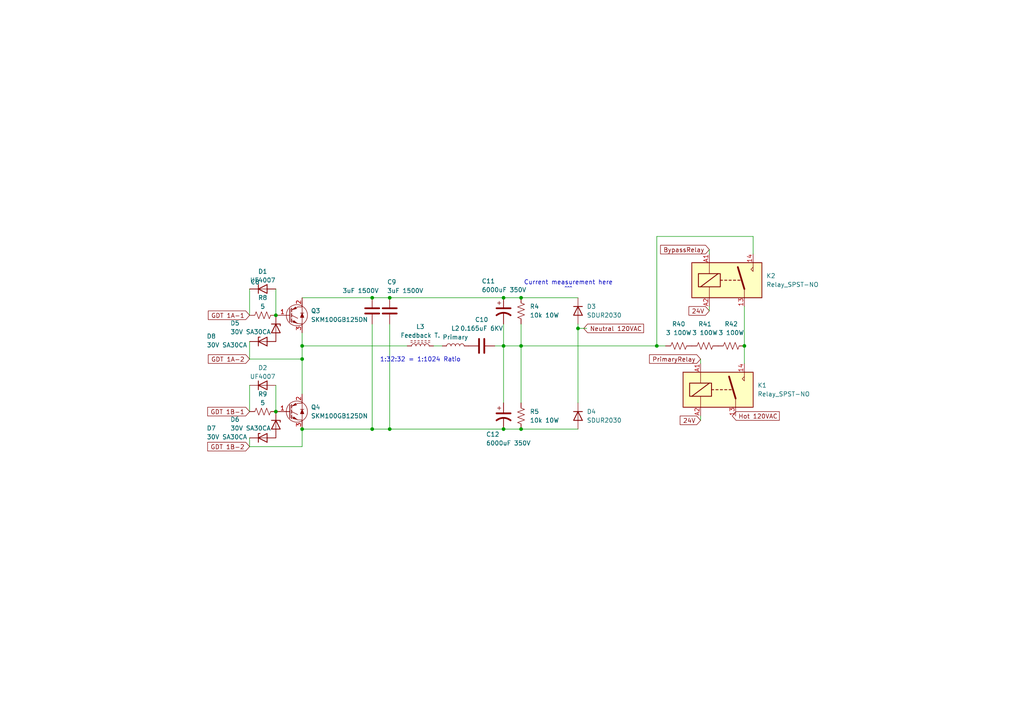
<source format=kicad_sch>
(kicad_sch
	(version 20250114)
	(generator "eeschema")
	(generator_version "9.0")
	(uuid "42c0dbb9-c033-4bfa-b1cd-16b68741b681")
	(paper "A4")
	(lib_symbols
		(symbol "Device:C"
			(pin_numbers
				(hide yes)
			)
			(pin_names
				(offset 0.254)
			)
			(exclude_from_sim no)
			(in_bom yes)
			(on_board yes)
			(property "Reference" "C"
				(at 0.635 2.54 0)
				(effects
					(font
						(size 1.27 1.27)
					)
					(justify left)
				)
			)
			(property "Value" "C"
				(at 0.635 -2.54 0)
				(effects
					(font
						(size 1.27 1.27)
					)
					(justify left)
				)
			)
			(property "Footprint" ""
				(at 0.9652 -3.81 0)
				(effects
					(font
						(size 1.27 1.27)
					)
					(hide yes)
				)
			)
			(property "Datasheet" "~"
				(at 0 0 0)
				(effects
					(font
						(size 1.27 1.27)
					)
					(hide yes)
				)
			)
			(property "Description" "Unpolarized capacitor"
				(at 0 0 0)
				(effects
					(font
						(size 1.27 1.27)
					)
					(hide yes)
				)
			)
			(property "ki_keywords" "cap capacitor"
				(at 0 0 0)
				(effects
					(font
						(size 1.27 1.27)
					)
					(hide yes)
				)
			)
			(property "ki_fp_filters" "C_*"
				(at 0 0 0)
				(effects
					(font
						(size 1.27 1.27)
					)
					(hide yes)
				)
			)
			(symbol "C_0_1"
				(polyline
					(pts
						(xy -2.032 0.762) (xy 2.032 0.762)
					)
					(stroke
						(width 0.508)
						(type default)
					)
					(fill
						(type none)
					)
				)
				(polyline
					(pts
						(xy -2.032 -0.762) (xy 2.032 -0.762)
					)
					(stroke
						(width 0.508)
						(type default)
					)
					(fill
						(type none)
					)
				)
			)
			(symbol "C_1_1"
				(pin passive line
					(at 0 3.81 270)
					(length 2.794)
					(name "~"
						(effects
							(font
								(size 1.27 1.27)
							)
						)
					)
					(number "1"
						(effects
							(font
								(size 1.27 1.27)
							)
						)
					)
				)
				(pin passive line
					(at 0 -3.81 90)
					(length 2.794)
					(name "~"
						(effects
							(font
								(size 1.27 1.27)
							)
						)
					)
					(number "2"
						(effects
							(font
								(size 1.27 1.27)
							)
						)
					)
				)
			)
			(embedded_fonts no)
		)
		(symbol "Device:C_Polarized_US"
			(pin_numbers
				(hide yes)
			)
			(pin_names
				(offset 0.254)
				(hide yes)
			)
			(exclude_from_sim no)
			(in_bom yes)
			(on_board yes)
			(property "Reference" "C"
				(at 0.635 2.54 0)
				(effects
					(font
						(size 1.27 1.27)
					)
					(justify left)
				)
			)
			(property "Value" "C_Polarized_US"
				(at 0.635 -2.54 0)
				(effects
					(font
						(size 1.27 1.27)
					)
					(justify left)
				)
			)
			(property "Footprint" ""
				(at 0 0 0)
				(effects
					(font
						(size 1.27 1.27)
					)
					(hide yes)
				)
			)
			(property "Datasheet" "~"
				(at 0 0 0)
				(effects
					(font
						(size 1.27 1.27)
					)
					(hide yes)
				)
			)
			(property "Description" "Polarized capacitor, US symbol"
				(at 0 0 0)
				(effects
					(font
						(size 1.27 1.27)
					)
					(hide yes)
				)
			)
			(property "ki_keywords" "cap capacitor"
				(at 0 0 0)
				(effects
					(font
						(size 1.27 1.27)
					)
					(hide yes)
				)
			)
			(property "ki_fp_filters" "CP_*"
				(at 0 0 0)
				(effects
					(font
						(size 1.27 1.27)
					)
					(hide yes)
				)
			)
			(symbol "C_Polarized_US_0_1"
				(polyline
					(pts
						(xy -2.032 0.762) (xy 2.032 0.762)
					)
					(stroke
						(width 0.508)
						(type default)
					)
					(fill
						(type none)
					)
				)
				(polyline
					(pts
						(xy -1.778 2.286) (xy -0.762 2.286)
					)
					(stroke
						(width 0)
						(type default)
					)
					(fill
						(type none)
					)
				)
				(polyline
					(pts
						(xy -1.27 1.778) (xy -1.27 2.794)
					)
					(stroke
						(width 0)
						(type default)
					)
					(fill
						(type none)
					)
				)
				(arc
					(start -2.032 -1.27)
					(mid 0 -0.5572)
					(end 2.032 -1.27)
					(stroke
						(width 0.508)
						(type default)
					)
					(fill
						(type none)
					)
				)
			)
			(symbol "C_Polarized_US_1_1"
				(pin passive line
					(at 0 3.81 270)
					(length 2.794)
					(name "~"
						(effects
							(font
								(size 1.27 1.27)
							)
						)
					)
					(number "1"
						(effects
							(font
								(size 1.27 1.27)
							)
						)
					)
				)
				(pin passive line
					(at 0 -3.81 90)
					(length 3.302)
					(name "~"
						(effects
							(font
								(size 1.27 1.27)
							)
						)
					)
					(number "2"
						(effects
							(font
								(size 1.27 1.27)
							)
						)
					)
				)
			)
			(embedded_fonts no)
		)
		(symbol "Device:D_Zener"
			(pin_numbers
				(hide yes)
			)
			(pin_names
				(offset 1.016)
				(hide yes)
			)
			(exclude_from_sim no)
			(in_bom yes)
			(on_board yes)
			(property "Reference" "D"
				(at 0 2.54 0)
				(effects
					(font
						(size 1.27 1.27)
					)
				)
			)
			(property "Value" "D_Zener"
				(at 0 -2.54 0)
				(effects
					(font
						(size 1.27 1.27)
					)
				)
			)
			(property "Footprint" ""
				(at 0 0 0)
				(effects
					(font
						(size 1.27 1.27)
					)
					(hide yes)
				)
			)
			(property "Datasheet" "~"
				(at 0 0 0)
				(effects
					(font
						(size 1.27 1.27)
					)
					(hide yes)
				)
			)
			(property "Description" "Zener diode"
				(at 0 0 0)
				(effects
					(font
						(size 1.27 1.27)
					)
					(hide yes)
				)
			)
			(property "ki_keywords" "diode"
				(at 0 0 0)
				(effects
					(font
						(size 1.27 1.27)
					)
					(hide yes)
				)
			)
			(property "ki_fp_filters" "TO-???* *_Diode_* *SingleDiode* D_*"
				(at 0 0 0)
				(effects
					(font
						(size 1.27 1.27)
					)
					(hide yes)
				)
			)
			(symbol "D_Zener_0_1"
				(polyline
					(pts
						(xy -1.27 -1.27) (xy -1.27 1.27) (xy -0.762 1.27)
					)
					(stroke
						(width 0.254)
						(type default)
					)
					(fill
						(type none)
					)
				)
				(polyline
					(pts
						(xy 1.27 0) (xy -1.27 0)
					)
					(stroke
						(width 0)
						(type default)
					)
					(fill
						(type none)
					)
				)
				(polyline
					(pts
						(xy 1.27 -1.27) (xy 1.27 1.27) (xy -1.27 0) (xy 1.27 -1.27)
					)
					(stroke
						(width 0.254)
						(type default)
					)
					(fill
						(type none)
					)
				)
			)
			(symbol "D_Zener_1_1"
				(pin passive line
					(at -3.81 0 0)
					(length 2.54)
					(name "K"
						(effects
							(font
								(size 1.27 1.27)
							)
						)
					)
					(number "1"
						(effects
							(font
								(size 1.27 1.27)
							)
						)
					)
				)
				(pin passive line
					(at 3.81 0 180)
					(length 2.54)
					(name "A"
						(effects
							(font
								(size 1.27 1.27)
							)
						)
					)
					(number "2"
						(effects
							(font
								(size 1.27 1.27)
							)
						)
					)
				)
			)
			(embedded_fonts no)
		)
		(symbol "Device:L"
			(pin_numbers
				(hide yes)
			)
			(pin_names
				(offset 1.016)
				(hide yes)
			)
			(exclude_from_sim no)
			(in_bom yes)
			(on_board yes)
			(property "Reference" "L"
				(at -1.27 0 90)
				(effects
					(font
						(size 1.27 1.27)
					)
				)
			)
			(property "Value" "L"
				(at 1.905 0 90)
				(effects
					(font
						(size 1.27 1.27)
					)
				)
			)
			(property "Footprint" ""
				(at 0 0 0)
				(effects
					(font
						(size 1.27 1.27)
					)
					(hide yes)
				)
			)
			(property "Datasheet" "~"
				(at 0 0 0)
				(effects
					(font
						(size 1.27 1.27)
					)
					(hide yes)
				)
			)
			(property "Description" "Inductor"
				(at 0 0 0)
				(effects
					(font
						(size 1.27 1.27)
					)
					(hide yes)
				)
			)
			(property "ki_keywords" "inductor choke coil reactor magnetic"
				(at 0 0 0)
				(effects
					(font
						(size 1.27 1.27)
					)
					(hide yes)
				)
			)
			(property "ki_fp_filters" "Choke_* *Coil* Inductor_* L_*"
				(at 0 0 0)
				(effects
					(font
						(size 1.27 1.27)
					)
					(hide yes)
				)
			)
			(symbol "L_0_1"
				(arc
					(start 0 2.54)
					(mid 0.6323 1.905)
					(end 0 1.27)
					(stroke
						(width 0)
						(type default)
					)
					(fill
						(type none)
					)
				)
				(arc
					(start 0 1.27)
					(mid 0.6323 0.635)
					(end 0 0)
					(stroke
						(width 0)
						(type default)
					)
					(fill
						(type none)
					)
				)
				(arc
					(start 0 0)
					(mid 0.6323 -0.635)
					(end 0 -1.27)
					(stroke
						(width 0)
						(type default)
					)
					(fill
						(type none)
					)
				)
				(arc
					(start 0 -1.27)
					(mid 0.6323 -1.905)
					(end 0 -2.54)
					(stroke
						(width 0)
						(type default)
					)
					(fill
						(type none)
					)
				)
			)
			(symbol "L_1_1"
				(pin passive line
					(at 0 3.81 270)
					(length 1.27)
					(name "1"
						(effects
							(font
								(size 1.27 1.27)
							)
						)
					)
					(number "1"
						(effects
							(font
								(size 1.27 1.27)
							)
						)
					)
				)
				(pin passive line
					(at 0 -3.81 90)
					(length 1.27)
					(name "2"
						(effects
							(font
								(size 1.27 1.27)
							)
						)
					)
					(number "2"
						(effects
							(font
								(size 1.27 1.27)
							)
						)
					)
				)
			)
			(embedded_fonts no)
		)
		(symbol "Device:L_Ferrite"
			(pin_numbers
				(hide yes)
			)
			(pin_names
				(offset 1.016)
				(hide yes)
			)
			(exclude_from_sim no)
			(in_bom yes)
			(on_board yes)
			(property "Reference" "L"
				(at -1.27 0 90)
				(effects
					(font
						(size 1.27 1.27)
					)
				)
			)
			(property "Value" "L_Ferrite"
				(at 2.794 0 90)
				(effects
					(font
						(size 1.27 1.27)
					)
				)
			)
			(property "Footprint" ""
				(at 0 0 0)
				(effects
					(font
						(size 1.27 1.27)
					)
					(hide yes)
				)
			)
			(property "Datasheet" "~"
				(at 0 0 0)
				(effects
					(font
						(size 1.27 1.27)
					)
					(hide yes)
				)
			)
			(property "Description" "Inductor with ferrite core"
				(at 0 0 0)
				(effects
					(font
						(size 1.27 1.27)
					)
					(hide yes)
				)
			)
			(property "ki_keywords" "inductor choke coil reactor magnetic"
				(at 0 0 0)
				(effects
					(font
						(size 1.27 1.27)
					)
					(hide yes)
				)
			)
			(property "ki_fp_filters" "Choke_* *Coil* Inductor_* L_*"
				(at 0 0 0)
				(effects
					(font
						(size 1.27 1.27)
					)
					(hide yes)
				)
			)
			(symbol "L_Ferrite_0_1"
				(arc
					(start 0 2.54)
					(mid 0.6323 1.905)
					(end 0 1.27)
					(stroke
						(width 0)
						(type default)
					)
					(fill
						(type none)
					)
				)
				(arc
					(start 0 1.27)
					(mid 0.6323 0.635)
					(end 0 0)
					(stroke
						(width 0)
						(type default)
					)
					(fill
						(type none)
					)
				)
				(arc
					(start 0 0)
					(mid 0.6323 -0.635)
					(end 0 -1.27)
					(stroke
						(width 0)
						(type default)
					)
					(fill
						(type none)
					)
				)
				(arc
					(start 0 -1.27)
					(mid 0.6323 -1.905)
					(end 0 -2.54)
					(stroke
						(width 0)
						(type default)
					)
					(fill
						(type none)
					)
				)
				(polyline
					(pts
						(xy 1.016 2.286) (xy 1.016 2.794)
					)
					(stroke
						(width 0)
						(type default)
					)
					(fill
						(type none)
					)
				)
				(polyline
					(pts
						(xy 1.016 1.27) (xy 1.016 1.778)
					)
					(stroke
						(width 0)
						(type default)
					)
					(fill
						(type none)
					)
				)
				(polyline
					(pts
						(xy 1.016 0.254) (xy 1.016 0.762)
					)
					(stroke
						(width 0)
						(type default)
					)
					(fill
						(type none)
					)
				)
				(polyline
					(pts
						(xy 1.016 -0.762) (xy 1.016 -0.254)
					)
					(stroke
						(width 0)
						(type default)
					)
					(fill
						(type none)
					)
				)
				(polyline
					(pts
						(xy 1.016 -1.778) (xy 1.016 -1.27)
					)
					(stroke
						(width 0)
						(type default)
					)
					(fill
						(type none)
					)
				)
				(polyline
					(pts
						(xy 1.016 -2.794) (xy 1.016 -2.286)
					)
					(stroke
						(width 0)
						(type default)
					)
					(fill
						(type none)
					)
				)
				(polyline
					(pts
						(xy 1.524 2.794) (xy 1.524 2.286)
					)
					(stroke
						(width 0)
						(type default)
					)
					(fill
						(type none)
					)
				)
				(polyline
					(pts
						(xy 1.524 1.778) (xy 1.524 1.27)
					)
					(stroke
						(width 0)
						(type default)
					)
					(fill
						(type none)
					)
				)
				(polyline
					(pts
						(xy 1.524 0.762) (xy 1.524 0.254)
					)
					(stroke
						(width 0)
						(type default)
					)
					(fill
						(type none)
					)
				)
				(polyline
					(pts
						(xy 1.524 -0.254) (xy 1.524 -0.762)
					)
					(stroke
						(width 0)
						(type default)
					)
					(fill
						(type none)
					)
				)
				(polyline
					(pts
						(xy 1.524 -1.27) (xy 1.524 -1.778)
					)
					(stroke
						(width 0)
						(type default)
					)
					(fill
						(type none)
					)
				)
				(polyline
					(pts
						(xy 1.524 -2.286) (xy 1.524 -2.794)
					)
					(stroke
						(width 0)
						(type default)
					)
					(fill
						(type none)
					)
				)
			)
			(symbol "L_Ferrite_1_1"
				(pin passive line
					(at 0 3.81 270)
					(length 1.27)
					(name "1"
						(effects
							(font
								(size 1.27 1.27)
							)
						)
					)
					(number "1"
						(effects
							(font
								(size 1.27 1.27)
							)
						)
					)
				)
				(pin passive line
					(at 0 -3.81 90)
					(length 1.27)
					(name "2"
						(effects
							(font
								(size 1.27 1.27)
							)
						)
					)
					(number "2"
						(effects
							(font
								(size 1.27 1.27)
							)
						)
					)
				)
			)
			(embedded_fonts no)
		)
		(symbol "Device:R_US"
			(pin_numbers
				(hide yes)
			)
			(pin_names
				(offset 0)
			)
			(exclude_from_sim no)
			(in_bom yes)
			(on_board yes)
			(property "Reference" "R"
				(at 2.54 0 90)
				(effects
					(font
						(size 1.27 1.27)
					)
				)
			)
			(property "Value" "R_US"
				(at -2.54 0 90)
				(effects
					(font
						(size 1.27 1.27)
					)
				)
			)
			(property "Footprint" ""
				(at 1.016 -0.254 90)
				(effects
					(font
						(size 1.27 1.27)
					)
					(hide yes)
				)
			)
			(property "Datasheet" "~"
				(at 0 0 0)
				(effects
					(font
						(size 1.27 1.27)
					)
					(hide yes)
				)
			)
			(property "Description" "Resistor, US symbol"
				(at 0 0 0)
				(effects
					(font
						(size 1.27 1.27)
					)
					(hide yes)
				)
			)
			(property "ki_keywords" "R res resistor"
				(at 0 0 0)
				(effects
					(font
						(size 1.27 1.27)
					)
					(hide yes)
				)
			)
			(property "ki_fp_filters" "R_*"
				(at 0 0 0)
				(effects
					(font
						(size 1.27 1.27)
					)
					(hide yes)
				)
			)
			(symbol "R_US_0_1"
				(polyline
					(pts
						(xy 0 2.286) (xy 0 2.54)
					)
					(stroke
						(width 0)
						(type default)
					)
					(fill
						(type none)
					)
				)
				(polyline
					(pts
						(xy 0 2.286) (xy 1.016 1.905) (xy 0 1.524) (xy -1.016 1.143) (xy 0 0.762)
					)
					(stroke
						(width 0)
						(type default)
					)
					(fill
						(type none)
					)
				)
				(polyline
					(pts
						(xy 0 0.762) (xy 1.016 0.381) (xy 0 0) (xy -1.016 -0.381) (xy 0 -0.762)
					)
					(stroke
						(width 0)
						(type default)
					)
					(fill
						(type none)
					)
				)
				(polyline
					(pts
						(xy 0 -0.762) (xy 1.016 -1.143) (xy 0 -1.524) (xy -1.016 -1.905) (xy 0 -2.286)
					)
					(stroke
						(width 0)
						(type default)
					)
					(fill
						(type none)
					)
				)
				(polyline
					(pts
						(xy 0 -2.286) (xy 0 -2.54)
					)
					(stroke
						(width 0)
						(type default)
					)
					(fill
						(type none)
					)
				)
			)
			(symbol "R_US_1_1"
				(pin passive line
					(at 0 3.81 270)
					(length 1.27)
					(name "~"
						(effects
							(font
								(size 1.27 1.27)
							)
						)
					)
					(number "1"
						(effects
							(font
								(size 1.27 1.27)
							)
						)
					)
				)
				(pin passive line
					(at 0 -3.81 90)
					(length 1.27)
					(name "~"
						(effects
							(font
								(size 1.27 1.27)
							)
						)
					)
					(number "2"
						(effects
							(font
								(size 1.27 1.27)
							)
						)
					)
				)
			)
			(embedded_fonts no)
		)
		(symbol "Diode:1N4007"
			(pin_numbers
				(hide yes)
			)
			(pin_names
				(hide yes)
			)
			(exclude_from_sim no)
			(in_bom yes)
			(on_board yes)
			(property "Reference" "D"
				(at 0 2.54 0)
				(effects
					(font
						(size 1.27 1.27)
					)
				)
			)
			(property "Value" "1N4007"
				(at 0 -2.54 0)
				(effects
					(font
						(size 1.27 1.27)
					)
				)
			)
			(property "Footprint" "Diode_THT:D_DO-41_SOD81_P10.16mm_Horizontal"
				(at 0 -4.445 0)
				(effects
					(font
						(size 1.27 1.27)
					)
					(hide yes)
				)
			)
			(property "Datasheet" "http://www.vishay.com/docs/88503/1n4001.pdf"
				(at 0 0 0)
				(effects
					(font
						(size 1.27 1.27)
					)
					(hide yes)
				)
			)
			(property "Description" "1000V 1A General Purpose Rectifier Diode, DO-41"
				(at 0 0 0)
				(effects
					(font
						(size 1.27 1.27)
					)
					(hide yes)
				)
			)
			(property "Sim.Device" "D"
				(at 0 0 0)
				(effects
					(font
						(size 1.27 1.27)
					)
					(hide yes)
				)
			)
			(property "Sim.Pins" "1=K 2=A"
				(at 0 0 0)
				(effects
					(font
						(size 1.27 1.27)
					)
					(hide yes)
				)
			)
			(property "ki_keywords" "diode"
				(at 0 0 0)
				(effects
					(font
						(size 1.27 1.27)
					)
					(hide yes)
				)
			)
			(property "ki_fp_filters" "D*DO?41*"
				(at 0 0 0)
				(effects
					(font
						(size 1.27 1.27)
					)
					(hide yes)
				)
			)
			(symbol "1N4007_0_1"
				(polyline
					(pts
						(xy -1.27 1.27) (xy -1.27 -1.27)
					)
					(stroke
						(width 0.254)
						(type default)
					)
					(fill
						(type none)
					)
				)
				(polyline
					(pts
						(xy 1.27 1.27) (xy 1.27 -1.27) (xy -1.27 0) (xy 1.27 1.27)
					)
					(stroke
						(width 0.254)
						(type default)
					)
					(fill
						(type none)
					)
				)
				(polyline
					(pts
						(xy 1.27 0) (xy -1.27 0)
					)
					(stroke
						(width 0)
						(type default)
					)
					(fill
						(type none)
					)
				)
			)
			(symbol "1N4007_1_1"
				(pin passive line
					(at -3.81 0 0)
					(length 2.54)
					(name "K"
						(effects
							(font
								(size 1.27 1.27)
							)
						)
					)
					(number "1"
						(effects
							(font
								(size 1.27 1.27)
							)
						)
					)
				)
				(pin passive line
					(at 3.81 0 180)
					(length 2.54)
					(name "A"
						(effects
							(font
								(size 1.27 1.27)
							)
						)
					)
					(number "2"
						(effects
							(font
								(size 1.27 1.27)
							)
						)
					)
				)
			)
			(embedded_fonts no)
		)
		(symbol "Relay:Relay_SPST-NO"
			(exclude_from_sim no)
			(in_bom yes)
			(on_board yes)
			(property "Reference" "K"
				(at 11.43 3.81 0)
				(effects
					(font
						(size 1.27 1.27)
					)
					(justify left)
				)
			)
			(property "Value" "Relay_SPST-NO"
				(at 11.43 1.27 0)
				(effects
					(font
						(size 1.27 1.27)
					)
					(justify left)
				)
			)
			(property "Footprint" ""
				(at 11.43 -1.27 0)
				(effects
					(font
						(size 1.27 1.27)
					)
					(justify left)
					(hide yes)
				)
			)
			(property "Datasheet" "~"
				(at 0 0 0)
				(effects
					(font
						(size 1.27 1.27)
					)
					(hide yes)
				)
			)
			(property "Description" "Relay SPST, normally open, EN50005"
				(at 0 0 0)
				(effects
					(font
						(size 1.27 1.27)
					)
					(hide yes)
				)
			)
			(property "ki_keywords" "1P1T 1-Form-A single pole throw NO"
				(at 0 0 0)
				(effects
					(font
						(size 1.27 1.27)
					)
					(hide yes)
				)
			)
			(property "ki_fp_filters" "Relay?SPST*"
				(at 0 0 0)
				(effects
					(font
						(size 1.27 1.27)
					)
					(hide yes)
				)
			)
			(symbol "Relay_SPST-NO_0_0"
				(polyline
					(pts
						(xy 7.62 5.08) (xy 7.62 2.54) (xy 6.985 3.175) (xy 7.62 3.81)
					)
					(stroke
						(width 0)
						(type default)
					)
					(fill
						(type none)
					)
				)
			)
			(symbol "Relay_SPST-NO_0_1"
				(rectangle
					(start -10.16 5.08)
					(end 10.16 -5.08)
					(stroke
						(width 0.254)
						(type default)
					)
					(fill
						(type background)
					)
				)
				(rectangle
					(start -8.255 1.905)
					(end -1.905 -1.905)
					(stroke
						(width 0.254)
						(type default)
					)
					(fill
						(type none)
					)
				)
				(polyline
					(pts
						(xy -7.62 -1.905) (xy -2.54 1.905)
					)
					(stroke
						(width 0.254)
						(type default)
					)
					(fill
						(type none)
					)
				)
				(polyline
					(pts
						(xy -5.08 5.08) (xy -5.08 1.905)
					)
					(stroke
						(width 0)
						(type default)
					)
					(fill
						(type none)
					)
				)
				(polyline
					(pts
						(xy -5.08 -5.08) (xy -5.08 -1.905)
					)
					(stroke
						(width 0)
						(type default)
					)
					(fill
						(type none)
					)
				)
				(polyline
					(pts
						(xy -1.905 0) (xy -1.27 0)
					)
					(stroke
						(width 0.254)
						(type default)
					)
					(fill
						(type none)
					)
				)
				(polyline
					(pts
						(xy -0.635 0) (xy 0 0)
					)
					(stroke
						(width 0.254)
						(type default)
					)
					(fill
						(type none)
					)
				)
				(polyline
					(pts
						(xy 0.635 0) (xy 1.27 0)
					)
					(stroke
						(width 0.254)
						(type default)
					)
					(fill
						(type none)
					)
				)
				(polyline
					(pts
						(xy 1.905 0) (xy 2.54 0)
					)
					(stroke
						(width 0.254)
						(type default)
					)
					(fill
						(type none)
					)
				)
				(polyline
					(pts
						(xy 3.175 0) (xy 3.81 0)
					)
					(stroke
						(width 0.254)
						(type default)
					)
					(fill
						(type none)
					)
				)
				(polyline
					(pts
						(xy 5.08 -2.54) (xy 3.175 3.81)
					)
					(stroke
						(width 0.508)
						(type default)
					)
					(fill
						(type none)
					)
				)
				(polyline
					(pts
						(xy 5.08 -2.54) (xy 5.08 -5.08)
					)
					(stroke
						(width 0)
						(type default)
					)
					(fill
						(type none)
					)
				)
			)
			(symbol "Relay_SPST-NO_1_1"
				(pin passive line
					(at -5.08 7.62 270)
					(length 2.54)
					(name "~"
						(effects
							(font
								(size 1.27 1.27)
							)
						)
					)
					(number "A1"
						(effects
							(font
								(size 1.27 1.27)
							)
						)
					)
				)
				(pin passive line
					(at -5.08 -7.62 90)
					(length 2.54)
					(name "~"
						(effects
							(font
								(size 1.27 1.27)
							)
						)
					)
					(number "A2"
						(effects
							(font
								(size 1.27 1.27)
							)
						)
					)
				)
				(pin passive line
					(at 5.08 -7.62 90)
					(length 2.54)
					(name "~"
						(effects
							(font
								(size 1.27 1.27)
							)
						)
					)
					(number "13"
						(effects
							(font
								(size 1.27 1.27)
							)
						)
					)
				)
				(pin passive line
					(at 7.62 7.62 270)
					(length 2.54)
					(name "~"
						(effects
							(font
								(size 1.27 1.27)
							)
						)
					)
					(number "14"
						(effects
							(font
								(size 1.27 1.27)
							)
						)
					)
				)
			)
			(embedded_fonts no)
		)
		(symbol "Transistor_IGBT:STGP7NC60HD"
			(pin_names
				(offset 0)
				(hide yes)
			)
			(exclude_from_sim no)
			(in_bom yes)
			(on_board yes)
			(property "Reference" "Q"
				(at 6.35 1.905 0)
				(effects
					(font
						(size 1.27 1.27)
					)
					(justify left)
				)
			)
			(property "Value" "STGP7NC60HD"
				(at 6.35 0 0)
				(effects
					(font
						(size 1.27 1.27)
					)
					(justify left)
				)
			)
			(property "Footprint" "Package_TO_SOT_THT:TO-220-3_Vertical"
				(at 6.35 -1.905 0)
				(effects
					(font
						(size 1.27 1.27)
						(italic yes)
					)
					(justify left)
					(hide yes)
				)
			)
			(property "Datasheet" "http://www.farnell.com/datasheets/2309889.pdf"
				(at -1.27 0 0)
				(effects
					(font
						(size 1.27 1.27)
					)
					(justify left)
					(hide yes)
				)
			)
			(property "Description" "25A, 600V, N-Channel IGBT, TO-220"
				(at 0 0 0)
				(effects
					(font
						(size 1.27 1.27)
					)
					(hide yes)
				)
			)
			(property "ki_keywords" "N-Channel very fast IGBT with ultrafast diode Power Transistor"
				(at 0 0 0)
				(effects
					(font
						(size 1.27 1.27)
					)
					(hide yes)
				)
			)
			(property "ki_fp_filters" "TO?220*"
				(at 0 0 0)
				(effects
					(font
						(size 1.27 1.27)
					)
					(hide yes)
				)
			)
			(symbol "STGP7NC60HD_0_1"
				(polyline
					(pts
						(xy -1.27 0) (xy -1.016 0)
					)
					(stroke
						(width 0)
						(type default)
					)
					(fill
						(type none)
					)
				)
				(circle
					(center 1.016 0)
					(radius 3.0734)
					(stroke
						(width 0)
						(type default)
					)
					(fill
						(type none)
					)
				)
				(polyline
					(pts
						(xy 1.27 2.413) (xy 2.54 2.413)
					)
					(stroke
						(width 0)
						(type default)
					)
					(fill
						(type none)
					)
				)
				(polyline
					(pts
						(xy 1.27 -2.413) (xy 2.54 -2.413)
					)
					(stroke
						(width 0)
						(type default)
					)
					(fill
						(type none)
					)
				)
				(polyline
					(pts
						(xy 2.032 0.635) (xy 3.048 0.635)
					)
					(stroke
						(width 0)
						(type default)
					)
					(fill
						(type none)
					)
				)
				(polyline
					(pts
						(xy 2.54 3.81) (xy 2.54 -3.81)
					)
					(stroke
						(width 0)
						(type default)
					)
					(fill
						(type none)
					)
				)
				(polyline
					(pts
						(xy 2.54 0.635) (xy 2.032 -0.635) (xy 3.048 -0.635) (xy 2.54 0.635)
					)
					(stroke
						(width 0)
						(type default)
					)
					(fill
						(type outline)
					)
				)
			)
			(symbol "STGP7NC60HD_1_1"
				(polyline
					(pts
						(xy -1.016 1.905) (xy -1.016 -1.905) (xy -1.016 -1.905)
					)
					(stroke
						(width 0.254)
						(type default)
					)
					(fill
						(type none)
					)
				)
				(polyline
					(pts
						(xy -0.508 2.032) (xy -0.508 1.016)
					)
					(stroke
						(width 0.254)
						(type default)
					)
					(fill
						(type none)
					)
				)
				(polyline
					(pts
						(xy -0.508 0.508) (xy -0.508 -0.508)
					)
					(stroke
						(width 0.254)
						(type default)
					)
					(fill
						(type none)
					)
				)
				(polyline
					(pts
						(xy -0.508 -1.016) (xy -0.508 -2.032)
					)
					(stroke
						(width 0.254)
						(type default)
					)
					(fill
						(type none)
					)
				)
				(polyline
					(pts
						(xy -0.127 -2.032) (xy 0.127 -1.524) (xy 1.016 -2.286) (xy -0.127 -2.032)
					)
					(stroke
						(width 0)
						(type default)
					)
					(fill
						(type outline)
					)
				)
				(polyline
					(pts
						(xy 0.889 1.905) (xy 0.635 2.413) (xy -0.254 1.651) (xy 0.889 1.905)
					)
					(stroke
						(width 0)
						(type default)
					)
					(fill
						(type outline)
					)
				)
				(polyline
					(pts
						(xy 1.27 2.413) (xy -0.508 1.524)
					)
					(stroke
						(width 0)
						(type default)
					)
					(fill
						(type none)
					)
				)
				(polyline
					(pts
						(xy 1.27 -0.889) (xy -0.508 0)
					)
					(stroke
						(width 0)
						(type default)
					)
					(fill
						(type none)
					)
				)
				(polyline
					(pts
						(xy 1.27 -2.413) (xy -0.508 -1.524)
					)
					(stroke
						(width 0)
						(type default)
					)
					(fill
						(type none)
					)
				)
				(pin input line
					(at -5.08 0 0)
					(length 3.81)
					(name "G"
						(effects
							(font
								(size 1.27 1.27)
							)
						)
					)
					(number "1"
						(effects
							(font
								(size 1.27 1.27)
							)
						)
					)
				)
				(pin passive line
					(at 2.54 5.08 270)
					(length 2.54)
					(name "C"
						(effects
							(font
								(size 1.27 1.27)
							)
						)
					)
					(number "2"
						(effects
							(font
								(size 1.27 1.27)
							)
						)
					)
				)
				(pin passive line
					(at 2.54 -5.08 90)
					(length 2.54)
					(name "E"
						(effects
							(font
								(size 1.27 1.27)
							)
						)
					)
					(number "3"
						(effects
							(font
								(size 1.27 1.27)
							)
						)
					)
				)
			)
			(embedded_fonts no)
		)
	)
	(text "Current measurement here\n^^^"
		(exclude_from_sim no)
		(at 164.846 83.058 0)
		(effects
			(font
				(size 1.27 1.27)
			)
		)
		(uuid "0b8e904e-8f6b-4a94-8fe0-82ac04edf3bb")
	)
	(text "1:32:32 = 1:1024 Ratio"
		(exclude_from_sim no)
		(at 121.92 104.394 0)
		(effects
			(font
				(size 1.27 1.27)
			)
		)
		(uuid "4f55ddbb-6713-4af2-93d6-ed298b77bb6a")
	)
	(junction
		(at 80.01 91.44)
		(diameter 0)
		(color 0 0 0 0)
		(uuid "0cdaf3ff-8b85-4468-be48-d4eb16d6e229")
	)
	(junction
		(at 146.05 124.46)
		(diameter 0)
		(color 0 0 0 0)
		(uuid "3342886b-7a38-4c26-98e8-1895e7713fb5")
	)
	(junction
		(at 167.64 95.25)
		(diameter 0)
		(color 0 0 0 0)
		(uuid "3a31e841-b8d6-4fba-a718-6fd67d9f4c81")
	)
	(junction
		(at 87.63 104.14)
		(diameter 0)
		(color 0 0 0 0)
		(uuid "43561146-b6cd-4c32-b37e-32f4fa661c93")
	)
	(junction
		(at 80.01 119.38)
		(diameter 0)
		(color 0 0 0 0)
		(uuid "65383e26-bf4a-42ae-b0cb-a7833d0982aa")
	)
	(junction
		(at 146.05 86.36)
		(diameter 0)
		(color 0 0 0 0)
		(uuid "72afd443-1116-4be8-931e-06e554de4e93")
	)
	(junction
		(at 146.05 100.33)
		(diameter 0)
		(color 0 0 0 0)
		(uuid "890f0fb1-3f24-48b0-85a2-486a7f9d9abc")
	)
	(junction
		(at 107.95 86.36)
		(diameter 0)
		(color 0 0 0 0)
		(uuid "8a9bfde2-624e-44d0-b94d-309881b7a67d")
	)
	(junction
		(at 190.5 100.33)
		(diameter 0)
		(color 0 0 0 0)
		(uuid "8f47acae-128c-45bc-b77c-4ced3930b113")
	)
	(junction
		(at 107.95 124.46)
		(diameter 0)
		(color 0 0 0 0)
		(uuid "9b701945-c058-4e77-9398-8063bd2dd472")
	)
	(junction
		(at 113.03 124.46)
		(diameter 0)
		(color 0 0 0 0)
		(uuid "afab22b4-ed67-431e-8869-0ec4ea26fe3e")
	)
	(junction
		(at 87.63 124.46)
		(diameter 0)
		(color 0 0 0 0)
		(uuid "bfa8f77c-1dea-4522-9040-cfee72d98641")
	)
	(junction
		(at 113.03 86.36)
		(diameter 0)
		(color 0 0 0 0)
		(uuid "c9e6bb34-5c17-475e-b41f-eb44ee07b656")
	)
	(junction
		(at 215.9 100.33)
		(diameter 0)
		(color 0 0 0 0)
		(uuid "ccd2f876-2a63-4a36-81ab-e33b7c96492b")
	)
	(junction
		(at 87.63 100.33)
		(diameter 0)
		(color 0 0 0 0)
		(uuid "d44e55b9-609d-4217-b5b6-9e8355ad4239")
	)
	(junction
		(at 151.13 100.33)
		(diameter 0)
		(color 0 0 0 0)
		(uuid "eede5910-ff11-4cd1-9612-aeb124e91a8d")
	)
	(junction
		(at 151.13 124.46)
		(diameter 0)
		(color 0 0 0 0)
		(uuid "f0e349b0-1030-41c3-b294-5e0da0d63fd1")
	)
	(junction
		(at 151.13 86.36)
		(diameter 0)
		(color 0 0 0 0)
		(uuid "fb9aa5b6-2f89-4572-9d28-a2c62359acc6")
	)
	(wire
		(pts
			(xy 87.63 124.46) (xy 87.63 129.54)
		)
		(stroke
			(width 0)
			(type default)
		)
		(uuid "080ad5be-a1a5-46a6-ab43-f46f5fabf5ad")
	)
	(wire
		(pts
			(xy 205.74 72.39) (xy 205.74 73.66)
		)
		(stroke
			(width 0)
			(type default)
		)
		(uuid "0951c12e-af2d-4bed-a61f-c7198c13fbe8")
	)
	(wire
		(pts
			(xy 151.13 124.46) (xy 167.64 124.46)
		)
		(stroke
			(width 0)
			(type default)
		)
		(uuid "0def9bb3-3e47-4afe-812a-e36e11e6c205")
	)
	(wire
		(pts
			(xy 146.05 86.36) (xy 151.13 86.36)
		)
		(stroke
			(width 0)
			(type default)
		)
		(uuid "17a100f9-30a1-4d2b-a070-0fa98f044bc0")
	)
	(wire
		(pts
			(xy 151.13 100.33) (xy 151.13 116.84)
		)
		(stroke
			(width 0)
			(type default)
		)
		(uuid "19e0a81c-d7a5-42ad-93fe-3c4aca87022c")
	)
	(wire
		(pts
			(xy 87.63 96.52) (xy 87.63 100.33)
		)
		(stroke
			(width 0)
			(type default)
		)
		(uuid "215c8035-21fa-4fec-b30a-46b3428d1ee8")
	)
	(wire
		(pts
			(xy 167.64 95.25) (xy 167.64 116.84)
		)
		(stroke
			(width 0)
			(type default)
		)
		(uuid "233201bd-8a2a-4489-bc28-b208db7cbda4")
	)
	(wire
		(pts
			(xy 215.9 88.9) (xy 215.9 100.33)
		)
		(stroke
			(width 0)
			(type default)
		)
		(uuid "253877db-78cc-4fd1-938c-9501d097eb46")
	)
	(wire
		(pts
			(xy 143.51 100.33) (xy 146.05 100.33)
		)
		(stroke
			(width 0)
			(type default)
		)
		(uuid "26651489-ee51-40f0-b45e-f70f53970049")
	)
	(wire
		(pts
			(xy 107.95 86.36) (xy 113.03 86.36)
		)
		(stroke
			(width 0)
			(type default)
		)
		(uuid "356394db-2557-41f3-a2d0-9cf44e7e9885")
	)
	(wire
		(pts
			(xy 146.05 124.46) (xy 151.13 124.46)
		)
		(stroke
			(width 0)
			(type default)
		)
		(uuid "447f5f85-a81d-4d08-a295-98db035bf3f3")
	)
	(wire
		(pts
			(xy 80.01 83.82) (xy 80.01 91.44)
		)
		(stroke
			(width 0)
			(type default)
		)
		(uuid "4ff61863-ab24-4218-bd61-5d816d4f405c")
	)
	(wire
		(pts
			(xy 151.13 86.36) (xy 167.64 86.36)
		)
		(stroke
			(width 0)
			(type default)
		)
		(uuid "52bd18d6-f1b6-4767-b42b-f3c1c42e8911")
	)
	(wire
		(pts
			(xy 87.63 100.33) (xy 87.63 104.14)
		)
		(stroke
			(width 0)
			(type default)
		)
		(uuid "58560b25-61a7-4ccc-8796-080c409c1552")
	)
	(wire
		(pts
			(xy 87.63 104.14) (xy 87.63 114.3)
		)
		(stroke
			(width 0)
			(type default)
		)
		(uuid "6e17b47f-18a6-4e55-92fc-a8d78d14aa16")
	)
	(wire
		(pts
			(xy 113.03 86.36) (xy 146.05 86.36)
		)
		(stroke
			(width 0)
			(type default)
		)
		(uuid "72faeb69-97e3-43c7-be06-745578c15b3d")
	)
	(wire
		(pts
			(xy 218.44 68.58) (xy 190.5 68.58)
		)
		(stroke
			(width 0)
			(type default)
		)
		(uuid "7fcc4bdb-0fca-4ec2-90f1-c27d7c43cf51")
	)
	(wire
		(pts
			(xy 72.39 111.76) (xy 72.39 119.38)
		)
		(stroke
			(width 0)
			(type default)
		)
		(uuid "8655aac3-0233-427f-b6a6-9f104aa8073e")
	)
	(wire
		(pts
			(xy 107.95 93.98) (xy 107.95 124.46)
		)
		(stroke
			(width 0)
			(type default)
		)
		(uuid "8c8c909f-19be-45fb-82d0-7ece14c5aa85")
	)
	(wire
		(pts
			(xy 203.2 104.14) (xy 203.2 105.41)
		)
		(stroke
			(width 0)
			(type default)
		)
		(uuid "931f2b50-f6ed-4c65-ab67-88b5608fe45a")
	)
	(wire
		(pts
			(xy 167.64 95.25) (xy 170.18 95.25)
		)
		(stroke
			(width 0)
			(type default)
		)
		(uuid "95233211-b187-478e-869d-b4288a260f34")
	)
	(wire
		(pts
			(xy 113.03 124.46) (xy 146.05 124.46)
		)
		(stroke
			(width 0)
			(type default)
		)
		(uuid "a4fe255d-774b-4054-8708-67c356c73eef")
	)
	(wire
		(pts
			(xy 190.5 100.33) (xy 193.04 100.33)
		)
		(stroke
			(width 0)
			(type default)
		)
		(uuid "a62ecd7a-37a5-4324-94ad-b53133e91520")
	)
	(wire
		(pts
			(xy 72.39 127) (xy 72.39 129.54)
		)
		(stroke
			(width 0)
			(type default)
		)
		(uuid "a6373d75-21e6-4fcb-9c09-af112303337e")
	)
	(wire
		(pts
			(xy 215.9 100.33) (xy 215.9 105.41)
		)
		(stroke
			(width 0)
			(type default)
		)
		(uuid "a757c78e-3213-4416-85f9-c7c72423dbf1")
	)
	(wire
		(pts
			(xy 190.5 68.58) (xy 190.5 100.33)
		)
		(stroke
			(width 0)
			(type default)
		)
		(uuid "a8cb7348-a0fe-4651-bcf6-84a3ca626cf4")
	)
	(wire
		(pts
			(xy 72.39 83.82) (xy 72.39 91.44)
		)
		(stroke
			(width 0)
			(type default)
		)
		(uuid "a95d2f39-df25-47ab-82bb-27ffb6acd681")
	)
	(wire
		(pts
			(xy 72.39 99.06) (xy 72.39 104.14)
		)
		(stroke
			(width 0)
			(type default)
		)
		(uuid "ab14c1f7-f716-4fae-98a9-8ea68459350a")
	)
	(wire
		(pts
			(xy 146.05 93.98) (xy 146.05 100.33)
		)
		(stroke
			(width 0)
			(type default)
		)
		(uuid "b02f1d14-1b9f-4a35-a493-cd6de780084e")
	)
	(wire
		(pts
			(xy 205.74 90.17) (xy 205.74 88.9)
		)
		(stroke
			(width 0)
			(type default)
		)
		(uuid "b427901f-cdf2-4c86-9d77-834a68a56c01")
	)
	(wire
		(pts
			(xy 125.73 100.33) (xy 128.27 100.33)
		)
		(stroke
			(width 0)
			(type default)
		)
		(uuid "b647b740-eff7-4966-92de-e1c6252b9213")
	)
	(wire
		(pts
			(xy 87.63 86.36) (xy 107.95 86.36)
		)
		(stroke
			(width 0)
			(type default)
		)
		(uuid "b6b3a11b-c0e7-43ce-ba82-7d7991ecb395")
	)
	(wire
		(pts
			(xy 167.64 93.98) (xy 167.64 95.25)
		)
		(stroke
			(width 0)
			(type default)
		)
		(uuid "ba2b1b98-f6e1-40ec-a0b9-e1b89d19c7f2")
	)
	(wire
		(pts
			(xy 218.44 73.66) (xy 218.44 68.58)
		)
		(stroke
			(width 0)
			(type default)
		)
		(uuid "bc382ed4-03b4-4c5d-a7e5-e4720fd2ec81")
	)
	(wire
		(pts
			(xy 72.39 129.54) (xy 87.63 129.54)
		)
		(stroke
			(width 0)
			(type default)
		)
		(uuid "c0a371a0-1a7f-4269-974f-41dea9e2478a")
	)
	(wire
		(pts
			(xy 151.13 100.33) (xy 190.5 100.33)
		)
		(stroke
			(width 0)
			(type default)
		)
		(uuid "c40eb58c-33cc-4b62-a0c2-f0fd3cc3aafc")
	)
	(wire
		(pts
			(xy 151.13 93.98) (xy 151.13 100.33)
		)
		(stroke
			(width 0)
			(type default)
		)
		(uuid "cb1d02ba-3250-41e7-aa01-b988e89ec409")
	)
	(wire
		(pts
			(xy 87.63 124.46) (xy 107.95 124.46)
		)
		(stroke
			(width 0)
			(type default)
		)
		(uuid "cd2ce019-4c50-4f47-aca0-56e4aa68b107")
	)
	(wire
		(pts
			(xy 107.95 124.46) (xy 113.03 124.46)
		)
		(stroke
			(width 0)
			(type default)
		)
		(uuid "cfe35887-5dc8-4aa8-9bde-b2be092bf18d")
	)
	(wire
		(pts
			(xy 72.39 104.14) (xy 87.63 104.14)
		)
		(stroke
			(width 0)
			(type default)
		)
		(uuid "d098c26f-5b65-4397-b50b-01e72b681edc")
	)
	(wire
		(pts
			(xy 203.2 120.65) (xy 203.2 121.92)
		)
		(stroke
			(width 0)
			(type default)
		)
		(uuid "d3ccba6b-74d1-447d-9818-498e24d864e6")
	)
	(wire
		(pts
			(xy 146.05 100.33) (xy 151.13 100.33)
		)
		(stroke
			(width 0)
			(type default)
		)
		(uuid "d3dc40bb-e733-417b-b195-e0edcd7ad172")
	)
	(wire
		(pts
			(xy 146.05 100.33) (xy 146.05 116.84)
		)
		(stroke
			(width 0)
			(type default)
		)
		(uuid "d7dc9e96-acee-45cc-9f89-ca261357b145")
	)
	(wire
		(pts
			(xy 87.63 100.33) (xy 118.11 100.33)
		)
		(stroke
			(width 0)
			(type default)
		)
		(uuid "db82bbbd-bd0e-49ae-ac07-5dc944dac287")
	)
	(wire
		(pts
			(xy 80.01 111.76) (xy 80.01 119.38)
		)
		(stroke
			(width 0)
			(type default)
		)
		(uuid "e79fb60b-41d6-41b7-b436-881e9c5c2a19")
	)
	(wire
		(pts
			(xy 113.03 93.98) (xy 113.03 124.46)
		)
		(stroke
			(width 0)
			(type default)
		)
		(uuid "ffd414f6-98b3-4448-9ee7-9d93c1ae1837")
	)
	(global_label "GDT 1A-2"
		(shape input)
		(at 72.39 104.14 180)
		(fields_autoplaced yes)
		(effects
			(font
				(size 1.27 1.27)
			)
			(justify right)
		)
		(uuid "024aadc4-a0ce-4dde-88e1-33b911e674ed")
		(property "Intersheetrefs" "${INTERSHEET_REFS}"
			(at 60.5038 104.14 0)
			(effects
				(font
					(size 1.27 1.27)
				)
				(justify right)
				(hide yes)
			)
		)
	)
	(global_label "24V"
		(shape input)
		(at 203.2 121.92 180)
		(fields_autoplaced yes)
		(effects
			(font
				(size 1.27 1.27)
			)
			(justify right)
		)
		(uuid "0c6fac97-99b0-4e76-b51d-b58707734933")
		(property "Intersheetrefs" "${INTERSHEET_REFS}"
			(at 197.3614 121.92 0)
			(effects
				(font
					(size 1.27 1.27)
				)
				(justify right)
				(hide yes)
			)
		)
	)
	(global_label "Hot 120VAC"
		(shape output)
		(at 226.06 120.65 180)
		(fields_autoplaced yes)
		(effects
			(font
				(size 1.27 1.27)
			)
			(justify right)
		)
		(uuid "0ce44d0f-41ff-440b-bc54-dae135a51621")
		(property "Intersheetrefs" "${INTERSHEET_REFS}"
			(at 212.4805 120.65 0)
			(effects
				(font
					(size 1.27 1.27)
				)
				(justify right)
				(hide yes)
			)
		)
	)
	(global_label "BypassRelay"
		(shape input)
		(at 205.74 72.39 180)
		(fields_autoplaced yes)
		(effects
			(font
				(size 1.27 1.27)
			)
			(justify right)
		)
		(uuid "268ae23d-76a5-4d99-9618-1939f60db0da")
		(property "Intersheetrefs" "${INTERSHEET_REFS}"
			(at 191.6768 72.39 0)
			(effects
				(font
					(size 1.27 1.27)
				)
				(justify right)
				(hide yes)
			)
		)
	)
	(global_label "GDT 1B-1"
		(shape input)
		(at 72.39 119.38 180)
		(fields_autoplaced yes)
		(effects
			(font
				(size 1.27 1.27)
			)
			(justify right)
		)
		(uuid "55506a09-e29f-4e56-9764-b1dafb3c849b")
		(property "Intersheetrefs" "${INTERSHEET_REFS}"
			(at 60.3224 119.38 0)
			(effects
				(font
					(size 1.27 1.27)
				)
				(justify right)
				(hide yes)
			)
		)
	)
	(global_label "Neutral 120VAC"
		(shape output)
		(at 186.69 95.25 180)
		(fields_autoplaced yes)
		(effects
			(font
				(size 1.27 1.27)
			)
			(justify right)
		)
		(uuid "5c81e591-aacc-402c-b964-15f7eb0f9c15")
		(property "Intersheetrefs" "${INTERSHEET_REFS}"
			(at 169.4215 95.25 0)
			(effects
				(font
					(size 1.27 1.27)
				)
				(justify right)
				(hide yes)
			)
		)
	)
	(global_label "GDT 1A-1"
		(shape input)
		(at 72.39 91.44 180)
		(fields_autoplaced yes)
		(effects
			(font
				(size 1.27 1.27)
			)
			(justify right)
		)
		(uuid "7e33cd71-fbff-4d83-b9e8-489555c5ea05")
		(property "Intersheetrefs" "${INTERSHEET_REFS}"
			(at 60.5038 91.44 0)
			(effects
				(font
					(size 1.27 1.27)
				)
				(justify right)
				(hide yes)
			)
		)
	)
	(global_label "GDT 1B-2"
		(shape input)
		(at 72.39 129.54 180)
		(fields_autoplaced yes)
		(effects
			(font
				(size 1.27 1.27)
			)
			(justify right)
		)
		(uuid "adfa3de0-e19e-4bee-b167-0ed5e5129a83")
		(property "Intersheetrefs" "${INTERSHEET_REFS}"
			(at 60.3224 129.54 0)
			(effects
				(font
					(size 1.27 1.27)
				)
				(justify right)
				(hide yes)
			)
		)
	)
	(global_label "24V"
		(shape input)
		(at 205.74 90.17 180)
		(fields_autoplaced yes)
		(effects
			(font
				(size 1.27 1.27)
			)
			(justify right)
		)
		(uuid "d0fb499a-c146-44f0-a063-e2e4574140e6")
		(property "Intersheetrefs" "${INTERSHEET_REFS}"
			(at 199.9014 90.17 0)
			(effects
				(font
					(size 1.27 1.27)
				)
				(justify right)
				(hide yes)
			)
		)
	)
	(global_label "PrimaryRelay"
		(shape input)
		(at 203.2 104.14 180)
		(fields_autoplaced yes)
		(effects
			(font
				(size 1.27 1.27)
			)
			(justify right)
		)
		(uuid "f0bdbd2b-c45e-473a-9083-10a7e1a18dce")
		(property "Intersheetrefs" "${INTERSHEET_REFS}"
			(at 188.4715 104.14 0)
			(effects
				(font
					(size 1.27 1.27)
				)
				(justify right)
				(hide yes)
			)
		)
	)
	(symbol
		(lib_id "Device:C")
		(at 139.7 100.33 90)
		(unit 1)
		(exclude_from_sim no)
		(in_bom yes)
		(on_board yes)
		(dnp no)
		(fields_autoplaced yes)
		(uuid "035e3f2c-3f06-4877-abf7-a6afeff299e0")
		(property "Reference" "C10"
			(at 139.7 92.71 90)
			(effects
				(font
					(size 1.27 1.27)
				)
			)
		)
		(property "Value" "0.165uF 6KV"
			(at 139.7 95.25 90)
			(effects
				(font
					(size 1.27 1.27)
				)
			)
		)
		(property "Footprint" ""
			(at 143.51 99.3648 0)
			(effects
				(font
					(size 1.27 1.27)
				)
				(hide yes)
			)
		)
		(property "Datasheet" "https://www.digikey.com/en/products/detail/kemet/C4BSYBX3330ZALJ/2783763"
			(at 139.7 100.33 0)
			(effects
				(font
					(size 1.27 1.27)
				)
				(hide yes)
			)
		)
		(property "Description" "Unpolarized capacitor, 2 in series"
			(at 139.7 100.33 0)
			(effects
				(font
					(size 1.27 1.27)
				)
				(hide yes)
			)
		)
		(pin "2"
			(uuid "d59e498d-e3de-45e7-92bf-fec3d9ffbb21")
		)
		(pin "1"
			(uuid "f759de13-9cc5-4e86-a8bf-eca2505614f2")
		)
		(instances
			(project "MusicalTeslaCoil"
				(path "/94683f5c-9cd9-448e-be96-9792537b5cb8/36775539-0685-422a-abf9-cfa2d3ddac7b"
					(reference "C10")
					(unit 1)
				)
			)
		)
	)
	(symbol
		(lib_id "Device:R_US")
		(at 151.13 90.17 0)
		(unit 1)
		(exclude_from_sim no)
		(in_bom yes)
		(on_board yes)
		(dnp no)
		(fields_autoplaced yes)
		(uuid "0fef69e3-1c45-44e7-8761-2baf9301e939")
		(property "Reference" "R4"
			(at 153.67 88.8999 0)
			(effects
				(font
					(size 1.27 1.27)
				)
				(justify left)
			)
		)
		(property "Value" "10k 10W"
			(at 153.67 91.4399 0)
			(effects
				(font
					(size 1.27 1.27)
				)
				(justify left)
			)
		)
		(property "Footprint" ""
			(at 152.146 90.424 90)
			(effects
				(font
					(size 1.27 1.27)
				)
				(hide yes)
			)
		)
		(property "Datasheet" "~"
			(at 151.13 90.17 0)
			(effects
				(font
					(size 1.27 1.27)
				)
				(hide yes)
			)
		)
		(property "Description" "Resistor, US symbol"
			(at 151.13 90.17 0)
			(effects
				(font
					(size 1.27 1.27)
				)
				(hide yes)
			)
		)
		(pin "1"
			(uuid "dffe1d95-5fe3-4220-83f4-22e09f1e52e1")
		)
		(pin "2"
			(uuid "20d30e35-0f35-4f5c-971e-18e5e37252ec")
		)
		(instances
			(project "MusicalTeslaCoil"
				(path "/94683f5c-9cd9-448e-be96-9792537b5cb8/36775539-0685-422a-abf9-cfa2d3ddac7b"
					(reference "R4")
					(unit 1)
				)
			)
		)
	)
	(symbol
		(lib_id "Diode:1N4007")
		(at 76.2 83.82 0)
		(unit 1)
		(exclude_from_sim no)
		(in_bom yes)
		(on_board yes)
		(dnp no)
		(uuid "1357f605-da1c-479d-bbbb-68fa2efbcec2")
		(property "Reference" "D1"
			(at 76.2 78.74 0)
			(effects
				(font
					(size 1.27 1.27)
				)
			)
		)
		(property "Value" "UF4007"
			(at 76.2 81.28 0)
			(effects
				(font
					(size 1.27 1.27)
				)
			)
		)
		(property "Footprint" "Diode_THT:D_DO-41_SOD81_P10.16mm_Horizontal"
			(at 76.2 88.265 0)
			(effects
				(font
					(size 1.27 1.27)
				)
				(hide yes)
			)
		)
		(property "Datasheet" "https://www.onsemi.com/pdf/datasheet/uf4007-d.pdf"
			(at 76.2 83.82 0)
			(effects
				(font
					(size 1.27 1.27)
				)
				(hide yes)
			)
		)
		(property "Description" "1000V 1A General Purpose Rectifier Diode, DO-41, https://www.digikey.com/en/products/detail/onsemi/UF4007/965478"
			(at 76.2 83.82 0)
			(effects
				(font
					(size 1.27 1.27)
				)
				(hide yes)
			)
		)
		(property "Sim.Device" "D"
			(at 76.2 83.82 0)
			(effects
				(font
					(size 1.27 1.27)
				)
				(hide yes)
			)
		)
		(property "Sim.Pins" "1=K 2=A"
			(at 76.2 83.82 0)
			(effects
				(font
					(size 1.27 1.27)
				)
				(hide yes)
			)
		)
		(pin "1"
			(uuid "ae9f23b6-76f1-4081-950d-60ae14f5140f")
		)
		(pin "2"
			(uuid "403a3086-e906-4ac2-acba-ae0ddf5bd801")
		)
		(instances
			(project ""
				(path "/94683f5c-9cd9-448e-be96-9792537b5cb8/36775539-0685-422a-abf9-cfa2d3ddac7b"
					(reference "D1")
					(unit 1)
				)
			)
		)
	)
	(symbol
		(lib_id "Device:R_US")
		(at 151.13 120.65 0)
		(unit 1)
		(exclude_from_sim no)
		(in_bom yes)
		(on_board yes)
		(dnp no)
		(fields_autoplaced yes)
		(uuid "1410e639-e084-43c5-8628-811e4727cccc")
		(property "Reference" "R5"
			(at 153.67 119.3799 0)
			(effects
				(font
					(size 1.27 1.27)
				)
				(justify left)
			)
		)
		(property "Value" "10k 10W"
			(at 153.67 121.9199 0)
			(effects
				(font
					(size 1.27 1.27)
				)
				(justify left)
			)
		)
		(property "Footprint" ""
			(at 152.146 120.904 90)
			(effects
				(font
					(size 1.27 1.27)
				)
				(hide yes)
			)
		)
		(property "Datasheet" "~"
			(at 151.13 120.65 0)
			(effects
				(font
					(size 1.27 1.27)
				)
				(hide yes)
			)
		)
		(property "Description" "Resistor, US symbol"
			(at 151.13 120.65 0)
			(effects
				(font
					(size 1.27 1.27)
				)
				(hide yes)
			)
		)
		(pin "1"
			(uuid "91a670ed-b8fb-4c3e-bd46-af0744cbea9b")
		)
		(pin "2"
			(uuid "22faaf2b-3e1f-4886-9dcc-c044aa564a09")
		)
		(instances
			(project "MusicalTeslaCoil"
				(path "/94683f5c-9cd9-448e-be96-9792537b5cb8/36775539-0685-422a-abf9-cfa2d3ddac7b"
					(reference "R5")
					(unit 1)
				)
			)
		)
	)
	(symbol
		(lib_id "Diode:1N4007")
		(at 167.64 120.65 270)
		(unit 1)
		(exclude_from_sim no)
		(in_bom yes)
		(on_board yes)
		(dnp no)
		(fields_autoplaced yes)
		(uuid "159682c1-6816-4d06-a847-3ef028f90ebf")
		(property "Reference" "D4"
			(at 170.18 119.3799 90)
			(effects
				(font
					(size 1.27 1.27)
				)
				(justify left)
			)
		)
		(property "Value" "SDUR2030"
			(at 170.18 121.9199 90)
			(effects
				(font
					(size 1.27 1.27)
				)
				(justify left)
			)
		)
		(property "Footprint" "Package_TO_SOT_THT:TO-220-2_Vertical"
			(at 163.195 120.65 0)
			(effects
				(font
					(size 1.27 1.27)
				)
				(hide yes)
			)
		)
		(property "Datasheet" "https://www.smc-diodes.com/propdf/SDUR(B)(F)2030%20N1350%20REV.A.pdf"
			(at 167.64 120.65 0)
			(effects
				(font
					(size 1.27 1.27)
				)
				(hide yes)
			)
		)
		(property "Description" "300V, 20A, TO-220-2"
			(at 167.64 120.65 0)
			(effects
				(font
					(size 1.27 1.27)
				)
				(hide yes)
			)
		)
		(property "Sim.Device" "D"
			(at 167.64 120.65 0)
			(effects
				(font
					(size 1.27 1.27)
				)
				(hide yes)
			)
		)
		(property "Sim.Pins" "1=K 2=A"
			(at 167.64 120.65 0)
			(effects
				(font
					(size 1.27 1.27)
				)
				(hide yes)
			)
		)
		(pin "1"
			(uuid "692be038-679e-4305-b456-25868750af01")
		)
		(pin "2"
			(uuid "17c4f948-1a67-4d39-9c2a-247ff3dbe2a8")
		)
		(instances
			(project "MusicalTeslaCoil"
				(path "/94683f5c-9cd9-448e-be96-9792537b5cb8/36775539-0685-422a-abf9-cfa2d3ddac7b"
					(reference "D4")
					(unit 1)
				)
			)
		)
	)
	(symbol
		(lib_id "Diode:1N4007")
		(at 76.2 111.76 0)
		(unit 1)
		(exclude_from_sim no)
		(in_bom yes)
		(on_board yes)
		(dnp no)
		(uuid "16510d7b-979c-42d2-b2f2-b429bc84a00d")
		(property "Reference" "D2"
			(at 76.2 106.68 0)
			(effects
				(font
					(size 1.27 1.27)
				)
			)
		)
		(property "Value" "UF4007"
			(at 76.2 109.22 0)
			(effects
				(font
					(size 1.27 1.27)
				)
			)
		)
		(property "Footprint" "Diode_THT:D_DO-41_SOD81_P10.16mm_Horizontal"
			(at 76.2 116.205 0)
			(effects
				(font
					(size 1.27 1.27)
				)
				(hide yes)
			)
		)
		(property "Datasheet" "https://www.onsemi.com/pdf/datasheet/uf4007-d.pdf"
			(at 76.2 111.76 0)
			(effects
				(font
					(size 1.27 1.27)
				)
				(hide yes)
			)
		)
		(property "Description" "1000V 1A General Purpose Rectifier Diode, DO-41, https://www.digikey.com/en/products/detail/onsemi/UF4007/965478"
			(at 76.2 111.76 0)
			(effects
				(font
					(size 1.27 1.27)
				)
				(hide yes)
			)
		)
		(property "Sim.Device" "D"
			(at 76.2 111.76 0)
			(effects
				(font
					(size 1.27 1.27)
				)
				(hide yes)
			)
		)
		(property "Sim.Pins" "1=K 2=A"
			(at 76.2 111.76 0)
			(effects
				(font
					(size 1.27 1.27)
				)
				(hide yes)
			)
		)
		(pin "1"
			(uuid "f494f972-efb5-4ad3-99b3-2b048d964d1d")
		)
		(pin "2"
			(uuid "a04e5822-1499-4d6d-ac87-cf8c1f065e37")
		)
		(instances
			(project "MusicalTeslaCoil"
				(path "/94683f5c-9cd9-448e-be96-9792537b5cb8/36775539-0685-422a-abf9-cfa2d3ddac7b"
					(reference "D2")
					(unit 1)
				)
			)
		)
	)
	(symbol
		(lib_id "Device:C_Polarized_US")
		(at 146.05 120.65 0)
		(unit 1)
		(exclude_from_sim no)
		(in_bom yes)
		(on_board yes)
		(dnp no)
		(uuid "23539b0d-8542-4d18-b645-268d23091d30")
		(property "Reference" "C12"
			(at 140.97 125.984 0)
			(effects
				(font
					(size 1.27 1.27)
				)
				(justify left)
			)
		)
		(property "Value" "6000uF 350V"
			(at 140.97 128.524 0)
			(effects
				(font
					(size 1.27 1.27)
				)
				(justify left)
			)
		)
		(property "Footprint" ""
			(at 146.05 120.65 0)
			(effects
				(font
					(size 1.27 1.27)
				)
				(hide yes)
			)
		)
		(property "Datasheet" "~"
			(at 146.05 120.65 0)
			(effects
				(font
					(size 1.27 1.27)
				)
				(hide yes)
			)
		)
		(property "Description" "Polarized capacitor, SIEMENS B43471"
			(at 146.05 120.65 0)
			(effects
				(font
					(size 1.27 1.27)
				)
				(hide yes)
			)
		)
		(pin "2"
			(uuid "7a01d4c4-1f7e-4857-af6b-c0e6c6f7066f")
		)
		(pin "1"
			(uuid "1d2a09a4-7648-4fbc-a232-d38313e03707")
		)
		(instances
			(project "MusicalTeslaCoil"
				(path "/94683f5c-9cd9-448e-be96-9792537b5cb8/36775539-0685-422a-abf9-cfa2d3ddac7b"
					(reference "C12")
					(unit 1)
				)
			)
		)
	)
	(symbol
		(lib_id "Diode:1N4007")
		(at 167.64 90.17 270)
		(unit 1)
		(exclude_from_sim no)
		(in_bom yes)
		(on_board yes)
		(dnp no)
		(fields_autoplaced yes)
		(uuid "24d0cf82-be0f-427a-b81f-dfb6a9e69411")
		(property "Reference" "D3"
			(at 170.18 88.8999 90)
			(effects
				(font
					(size 1.27 1.27)
				)
				(justify left)
			)
		)
		(property "Value" "SDUR2030"
			(at 170.18 91.4399 90)
			(effects
				(font
					(size 1.27 1.27)
				)
				(justify left)
			)
		)
		(property "Footprint" "Package_TO_SOT_THT:TO-220-2_Vertical"
			(at 163.195 90.17 0)
			(effects
				(font
					(size 1.27 1.27)
				)
				(hide yes)
			)
		)
		(property "Datasheet" "https://www.smc-diodes.com/propdf/SDUR(B)(F)2030%20N1350%20REV.A.pdf"
			(at 167.64 90.17 0)
			(effects
				(font
					(size 1.27 1.27)
				)
				(hide yes)
			)
		)
		(property "Description" "300V, 20A, TO-220-2"
			(at 167.64 90.17 0)
			(effects
				(font
					(size 1.27 1.27)
				)
				(hide yes)
			)
		)
		(property "Sim.Device" "D"
			(at 167.64 90.17 0)
			(effects
				(font
					(size 1.27 1.27)
				)
				(hide yes)
			)
		)
		(property "Sim.Pins" "1=K 2=A"
			(at 167.64 90.17 0)
			(effects
				(font
					(size 1.27 1.27)
				)
				(hide yes)
			)
		)
		(pin "1"
			(uuid "fdceb4d6-11ff-4766-9240-88415f5a770b")
		)
		(pin "2"
			(uuid "4fa262e9-0ac7-47e4-9ac3-65137da64736")
		)
		(instances
			(project "MusicalTeslaCoil"
				(path "/94683f5c-9cd9-448e-be96-9792537b5cb8/36775539-0685-422a-abf9-cfa2d3ddac7b"
					(reference "D3")
					(unit 1)
				)
			)
		)
	)
	(symbol
		(lib_id "Device:D_Zener")
		(at 80.01 123.19 270)
		(unit 1)
		(exclude_from_sim no)
		(in_bom yes)
		(on_board yes)
		(dnp no)
		(uuid "4d54a52f-dfac-4710-a534-5e5d8535ef59")
		(property "Reference" "D6"
			(at 66.802 121.666 90)
			(effects
				(font
					(size 1.27 1.27)
				)
				(justify left)
			)
		)
		(property "Value" "30V SA30CA"
			(at 66.802 124.206 90)
			(effects
				(font
					(size 1.27 1.27)
				)
				(justify left)
			)
		)
		(property "Footprint" ""
			(at 80.01 123.19 0)
			(effects
				(font
					(size 1.27 1.27)
				)
				(hide yes)
			)
		)
		(property "Datasheet" "https://www.littelfuse.com/assetdocs/tvs-diodes-sa-datasheet?assetguid=93214550-6aff-4192-8ecd-8094a6f7cc98"
			(at 80.01 123.19 0)
			(effects
				(font
					(size 1.27 1.27)
				)
				(hide yes)
			)
		)
		(property "Description" "Zener diode, 30V, https://www.digikey.com/en/products/detail/littelfuse-inc/SA30CA/688260"
			(at 80.01 123.19 0)
			(effects
				(font
					(size 1.27 1.27)
				)
				(hide yes)
			)
		)
		(pin "2"
			(uuid "bfc3e4fa-ac9e-4506-a21a-458384b3b4a0")
		)
		(pin "1"
			(uuid "945f9574-e9ef-4f15-9cef-060e1c24a495")
		)
		(instances
			(project "MusicalTeslaCoil"
				(path "/94683f5c-9cd9-448e-be96-9792537b5cb8/36775539-0685-422a-abf9-cfa2d3ddac7b"
					(reference "D6")
					(unit 1)
				)
			)
		)
	)
	(symbol
		(lib_id "Device:R_US")
		(at 204.47 100.33 90)
		(unit 1)
		(exclude_from_sim no)
		(in_bom yes)
		(on_board yes)
		(dnp no)
		(fields_autoplaced yes)
		(uuid "61f9f435-24c1-43ae-8544-0e15fc715792")
		(property "Reference" "R41"
			(at 204.47 93.98 90)
			(effects
				(font
					(size 1.27 1.27)
				)
			)
		)
		(property "Value" "3 100W"
			(at 204.47 96.52 90)
			(effects
				(font
					(size 1.27 1.27)
				)
			)
		)
		(property "Footprint" ""
			(at 204.724 99.314 90)
			(effects
				(font
					(size 1.27 1.27)
				)
				(hide yes)
			)
		)
		(property "Datasheet" "~"
			(at 204.47 100.33 0)
			(effects
				(font
					(size 1.27 1.27)
				)
				(hide yes)
			)
		)
		(property "Description" "Resistor, US symbol"
			(at 204.47 100.33 0)
			(effects
				(font
					(size 1.27 1.27)
				)
				(hide yes)
			)
		)
		(pin "1"
			(uuid "5a9ceec9-a3cf-4ee3-8410-80994c52da63")
		)
		(pin "2"
			(uuid "82655eab-9f12-40ed-a0b2-a1c03acf256d")
		)
		(instances
			(project "MusicalTeslaCoil"
				(path "/94683f5c-9cd9-448e-be96-9792537b5cb8/36775539-0685-422a-abf9-cfa2d3ddac7b"
					(reference "R41")
					(unit 1)
				)
			)
		)
	)
	(symbol
		(lib_id "Relay:Relay_SPST-NO")
		(at 210.82 81.28 0)
		(unit 1)
		(exclude_from_sim no)
		(in_bom yes)
		(on_board yes)
		(dnp no)
		(fields_autoplaced yes)
		(uuid "7c303634-4c0e-4525-b7e2-e8e695d88c91")
		(property "Reference" "K2"
			(at 222.25 80.0099 0)
			(effects
				(font
					(size 1.27 1.27)
				)
				(justify left)
			)
		)
		(property "Value" "Relay_SPST-NO"
			(at 222.25 82.5499 0)
			(effects
				(font
					(size 1.27 1.27)
				)
				(justify left)
			)
		)
		(property "Footprint" ""
			(at 222.25 82.55 0)
			(effects
				(font
					(size 1.27 1.27)
				)
				(justify left)
				(hide yes)
			)
		)
		(property "Datasheet" "~"
			(at 210.82 81.28 0)
			(effects
				(font
					(size 1.27 1.27)
				)
				(hide yes)
			)
		)
		(property "Description" "Relay SPST, normally open, EN50005"
			(at 210.82 81.28 0)
			(effects
				(font
					(size 1.27 1.27)
				)
				(hide yes)
			)
		)
		(pin "13"
			(uuid "c6371aee-dcd3-4ef9-9cad-d04a9b433d0a")
		)
		(pin "A2"
			(uuid "0fe4bf5b-ee03-4478-8086-78484ace523a")
		)
		(pin "A1"
			(uuid "03a8672e-7cd3-40a8-b3e2-33ce521a2089")
		)
		(pin "14"
			(uuid "24136921-cad4-4ad2-99c7-7d792ca43de3")
		)
		(instances
			(project "MusicalTeslaCoil"
				(path "/94683f5c-9cd9-448e-be96-9792537b5cb8/36775539-0685-422a-abf9-cfa2d3ddac7b"
					(reference "K2")
					(unit 1)
				)
			)
		)
	)
	(symbol
		(lib_id "Device:C")
		(at 107.95 90.17 0)
		(unit 1)
		(exclude_from_sim no)
		(in_bom yes)
		(on_board yes)
		(dnp no)
		(uuid "81084310-7bbd-4375-8d23-b5ca44a81979")
		(property "Reference" "C8"
			(at 72.644 81.788 0)
			(effects
				(font
					(size 1.27 1.27)
				)
				(justify left)
			)
		)
		(property "Value" "3uF 1500V"
			(at 99.314 84.328 0)
			(effects
				(font
					(size 1.27 1.27)
				)
				(justify left)
			)
		)
		(property "Footprint" ""
			(at 108.9152 93.98 0)
			(effects
				(font
					(size 1.27 1.27)
				)
				(hide yes)
			)
		)
		(property "Datasheet" "https://mm.digikey.com/Volume0/opasdata/d220001/medias/docus/2454/C4AQ%20Series%2C%20Auto.pdf"
			(at 107.95 90.17 0)
			(effects
				(font
					(size 1.27 1.27)
				)
				(hide yes)
			)
		)
		(property "Description" "C4AQSBU4300A11J"
			(at 107.95 90.17 0)
			(effects
				(font
					(size 1.27 1.27)
				)
				(hide yes)
			)
		)
		(pin "1"
			(uuid "76728cbe-21d4-4264-97a9-e469415edf67")
		)
		(pin "2"
			(uuid "8644aed2-e642-42e6-b1af-7425ed12d6e3")
		)
		(instances
			(project "MusicalTeslaCoil"
				(path "/94683f5c-9cd9-448e-be96-9792537b5cb8/36775539-0685-422a-abf9-cfa2d3ddac7b"
					(reference "C8")
					(unit 1)
				)
			)
		)
	)
	(symbol
		(lib_id "Device:C")
		(at 113.03 90.17 0)
		(unit 1)
		(exclude_from_sim no)
		(in_bom yes)
		(on_board yes)
		(dnp no)
		(uuid "8d008d03-a584-4006-9383-0c9e5e0b754d")
		(property "Reference" "C9"
			(at 112.268 81.788 0)
			(effects
				(font
					(size 1.27 1.27)
				)
				(justify left)
			)
		)
		(property "Value" "3uF 1500V"
			(at 112.268 84.328 0)
			(effects
				(font
					(size 1.27 1.27)
				)
				(justify left)
			)
		)
		(property "Footprint" ""
			(at 113.9952 93.98 0)
			(effects
				(font
					(size 1.27 1.27)
				)
				(hide yes)
			)
		)
		(property "Datasheet" "https://mm.digikey.com/Volume0/opasdata/d220001/medias/docus/2454/C4AQ%20Series%2C%20Auto.pdf"
			(at 113.03 90.17 0)
			(effects
				(font
					(size 1.27 1.27)
				)
				(hide yes)
			)
		)
		(property "Description" "C4AQSBU4300A11J"
			(at 113.03 90.17 0)
			(effects
				(font
					(size 1.27 1.27)
				)
				(hide yes)
			)
		)
		(pin "1"
			(uuid "cdbe0485-13b5-4d25-8d9b-f137dae1067d")
		)
		(pin "2"
			(uuid "5d1ea0e5-a198-4582-8947-ba19d266e84d")
		)
		(instances
			(project "MusicalTeslaCoil"
				(path "/94683f5c-9cd9-448e-be96-9792537b5cb8/36775539-0685-422a-abf9-cfa2d3ddac7b"
					(reference "C9")
					(unit 1)
				)
			)
		)
	)
	(symbol
		(lib_id "Device:D_Zener")
		(at 76.2 99.06 0)
		(unit 1)
		(exclude_from_sim no)
		(in_bom yes)
		(on_board yes)
		(dnp no)
		(uuid "9056d0da-afaf-42fd-b9ca-de39224b47b7")
		(property "Reference" "D8"
			(at 59.944 97.536 0)
			(effects
				(font
					(size 1.27 1.27)
				)
				(justify left)
			)
		)
		(property "Value" "30V SA30CA"
			(at 59.944 100.076 0)
			(effects
				(font
					(size 1.27 1.27)
				)
				(justify left)
			)
		)
		(property "Footprint" ""
			(at 76.2 99.06 0)
			(effects
				(font
					(size 1.27 1.27)
				)
				(hide yes)
			)
		)
		(property "Datasheet" "https://www.littelfuse.com/assetdocs/tvs-diodes-sa-datasheet?assetguid=93214550-6aff-4192-8ecd-8094a6f7cc98"
			(at 76.2 99.06 0)
			(effects
				(font
					(size 1.27 1.27)
				)
				(hide yes)
			)
		)
		(property "Description" "Zener diode, 30V, https://www.digikey.com/en/products/detail/littelfuse-inc/SA30CA/688260"
			(at 76.2 99.06 0)
			(effects
				(font
					(size 1.27 1.27)
				)
				(hide yes)
			)
		)
		(pin "2"
			(uuid "55b2942d-6dda-41bf-b548-b5832852df1d")
		)
		(pin "1"
			(uuid "a0d18b38-a24d-4af2-ae8a-b064a8166eac")
		)
		(instances
			(project "MusicalTeslaCoil"
				(path "/94683f5c-9cd9-448e-be96-9792537b5cb8/36775539-0685-422a-abf9-cfa2d3ddac7b"
					(reference "D8")
					(unit 1)
				)
			)
		)
	)
	(symbol
		(lib_id "Device:R_US")
		(at 76.2 91.44 90)
		(unit 1)
		(exclude_from_sim no)
		(in_bom yes)
		(on_board yes)
		(dnp no)
		(uuid "919d3453-1e78-4f2e-9f2c-4455ff17ece5")
		(property "Reference" "R8"
			(at 76.2 86.36 90)
			(effects
				(font
					(size 1.27 1.27)
				)
			)
		)
		(property "Value" "5"
			(at 76.2 88.9 90)
			(effects
				(font
					(size 1.27 1.27)
				)
			)
		)
		(property "Footprint" ""
			(at 76.454 90.424 90)
			(effects
				(font
					(size 1.27 1.27)
				)
				(hide yes)
			)
		)
		(property "Datasheet" "~"
			(at 76.2 91.44 0)
			(effects
				(font
					(size 1.27 1.27)
				)
				(hide yes)
			)
		)
		(property "Description" "Resistor, US symbol"
			(at 76.2 91.44 0)
			(effects
				(font
					(size 1.27 1.27)
				)
				(hide yes)
			)
		)
		(pin "1"
			(uuid "a13cc71d-1810-4d56-ad42-1e8123f5c07e")
		)
		(pin "2"
			(uuid "a007e76e-7f3a-4885-b5c9-87e6e07b7753")
		)
		(instances
			(project "MusicalTeslaCoil"
				(path "/94683f5c-9cd9-448e-be96-9792537b5cb8/36775539-0685-422a-abf9-cfa2d3ddac7b"
					(reference "R8")
					(unit 1)
				)
			)
		)
	)
	(symbol
		(lib_id "Device:C_Polarized_US")
		(at 146.05 90.17 0)
		(unit 1)
		(exclude_from_sim no)
		(in_bom yes)
		(on_board yes)
		(dnp no)
		(uuid "9368c56d-2da0-4a16-8a8e-92c04e18e2fd")
		(property "Reference" "C11"
			(at 139.7 81.534 0)
			(effects
				(font
					(size 1.27 1.27)
				)
				(justify left)
			)
		)
		(property "Value" "6000uF 350V"
			(at 139.7 84.074 0)
			(effects
				(font
					(size 1.27 1.27)
				)
				(justify left)
			)
		)
		(property "Footprint" ""
			(at 146.05 90.17 0)
			(effects
				(font
					(size 1.27 1.27)
				)
				(hide yes)
			)
		)
		(property "Datasheet" "~"
			(at 146.05 90.17 0)
			(effects
				(font
					(size 1.27 1.27)
				)
				(hide yes)
			)
		)
		(property "Description" "Polarized capacitor, SIEMENS B43471"
			(at 146.05 90.17 0)
			(effects
				(font
					(size 1.27 1.27)
				)
				(hide yes)
			)
		)
		(pin "2"
			(uuid "643ab532-3068-4312-98c8-fcdc1494276a")
		)
		(pin "1"
			(uuid "f865697b-dfbf-4967-abd5-605bac1d6593")
		)
		(instances
			(project "MusicalTeslaCoil"
				(path "/94683f5c-9cd9-448e-be96-9792537b5cb8/36775539-0685-422a-abf9-cfa2d3ddac7b"
					(reference "C11")
					(unit 1)
				)
			)
		)
	)
	(symbol
		(lib_id "Device:D_Zener")
		(at 80.01 95.25 270)
		(unit 1)
		(exclude_from_sim no)
		(in_bom yes)
		(on_board yes)
		(dnp no)
		(uuid "99de4067-83f3-4ad9-8909-23c5390f5472")
		(property "Reference" "D5"
			(at 66.802 93.726 90)
			(effects
				(font
					(size 1.27 1.27)
				)
				(justify left)
			)
		)
		(property "Value" "30V SA30CA"
			(at 66.802 96.266 90)
			(effects
				(font
					(size 1.27 1.27)
				)
				(justify left)
			)
		)
		(property "Footprint" ""
			(at 80.01 95.25 0)
			(effects
				(font
					(size 1.27 1.27)
				)
				(hide yes)
			)
		)
		(property "Datasheet" "https://www.littelfuse.com/assetdocs/tvs-diodes-sa-datasheet?assetguid=93214550-6aff-4192-8ecd-8094a6f7cc98"
			(at 80.01 95.25 0)
			(effects
				(font
					(size 1.27 1.27)
				)
				(hide yes)
			)
		)
		(property "Description" "Zener diode, 30V, https://www.digikey.com/en/products/detail/littelfuse-inc/SA30CA/688260"
			(at 80.01 95.25 0)
			(effects
				(font
					(size 1.27 1.27)
				)
				(hide yes)
			)
		)
		(pin "2"
			(uuid "06e1d9ab-549b-4818-8f69-5ce69c38cb7d")
		)
		(pin "1"
			(uuid "3f1b0fe6-75c5-4f02-a1e8-7089192af0f2")
		)
		(instances
			(project ""
				(path "/94683f5c-9cd9-448e-be96-9792537b5cb8/36775539-0685-422a-abf9-cfa2d3ddac7b"
					(reference "D5")
					(unit 1)
				)
			)
		)
	)
	(symbol
		(lib_id "Device:R_US")
		(at 196.85 100.33 90)
		(unit 1)
		(exclude_from_sim no)
		(in_bom yes)
		(on_board yes)
		(dnp no)
		(fields_autoplaced yes)
		(uuid "aced5972-b964-45e3-b156-8281177e6be6")
		(property "Reference" "R40"
			(at 196.85 93.98 90)
			(effects
				(font
					(size 1.27 1.27)
				)
			)
		)
		(property "Value" "3 100W"
			(at 196.85 96.52 90)
			(effects
				(font
					(size 1.27 1.27)
				)
			)
		)
		(property "Footprint" ""
			(at 197.104 99.314 90)
			(effects
				(font
					(size 1.27 1.27)
				)
				(hide yes)
			)
		)
		(property "Datasheet" "~"
			(at 196.85 100.33 0)
			(effects
				(font
					(size 1.27 1.27)
				)
				(hide yes)
			)
		)
		(property "Description" "Resistor, US symbol"
			(at 196.85 100.33 0)
			(effects
				(font
					(size 1.27 1.27)
				)
				(hide yes)
			)
		)
		(pin "1"
			(uuid "fa9cefeb-9e35-4f8e-9516-45d01ea48502")
		)
		(pin "2"
			(uuid "704e1e43-aeaf-445f-94d4-c0ac397eba46")
		)
		(instances
			(project "MusicalTeslaCoil"
				(path "/94683f5c-9cd9-448e-be96-9792537b5cb8/36775539-0685-422a-abf9-cfa2d3ddac7b"
					(reference "R40")
					(unit 1)
				)
			)
		)
	)
	(symbol
		(lib_id "Device:L_Ferrite")
		(at 121.92 100.33 90)
		(unit 1)
		(exclude_from_sim no)
		(in_bom yes)
		(on_board yes)
		(dnp no)
		(uuid "af1190a6-07e3-4ac1-8ef8-cb1034f29d5a")
		(property "Reference" "L3"
			(at 121.92 94.742 90)
			(effects
				(font
					(size 1.27 1.27)
				)
			)
		)
		(property "Value" "Feedback T."
			(at 121.92 97.282 90)
			(effects
				(font
					(size 1.27 1.27)
				)
			)
		)
		(property "Footprint" ""
			(at 121.92 100.33 0)
			(effects
				(font
					(size 1.27 1.27)
				)
				(hide yes)
			)
		)
		(property "Datasheet" "~"
			(at 121.92 100.33 0)
			(effects
				(font
					(size 1.27 1.27)
				)
				(hide yes)
			)
		)
		(property "Description" "Inductor with ferrite core"
			(at 121.92 100.33 0)
			(effects
				(font
					(size 1.27 1.27)
				)
				(hide yes)
			)
		)
		(pin "1"
			(uuid "bb33b1a7-1f4a-425d-a1ee-aea289749ade")
		)
		(pin "2"
			(uuid "c9108f44-03f7-46d3-ac1a-b37315a32370")
		)
		(instances
			(project ""
				(path "/94683f5c-9cd9-448e-be96-9792537b5cb8/36775539-0685-422a-abf9-cfa2d3ddac7b"
					(reference "L3")
					(unit 1)
				)
			)
		)
	)
	(symbol
		(lib_id "Transistor_IGBT:STGP7NC60HD")
		(at 85.09 91.44 0)
		(unit 1)
		(exclude_from_sim no)
		(in_bom yes)
		(on_board yes)
		(dnp no)
		(fields_autoplaced yes)
		(uuid "b29c02db-601c-4c52-939b-f2ffc70d247a")
		(property "Reference" "Q3"
			(at 90.17 90.1699 0)
			(effects
				(font
					(size 1.27 1.27)
				)
				(justify left)
			)
		)
		(property "Value" "SKM100GB125DN"
			(at 90.17 92.7099 0)
			(effects
				(font
					(size 1.27 1.27)
				)
				(justify left)
			)
		)
		(property "Footprint" ""
			(at 91.44 93.345 0)
			(effects
				(font
					(size 1.27 1.27)
					(italic yes)
				)
				(justify left)
				(hide yes)
			)
		)
		(property "Datasheet" "https://assets.danfoss.com/documents/latest/516348/AI498337538360en-000102.pdf"
			(at 83.82 91.44 0)
			(effects
				(font
					(size 1.27 1.27)
				)
				(justify left)
				(hide yes)
			)
		)
		(property "Description" "100A, 1200V, N-Channel IGBT, Brick"
			(at 85.09 91.44 0)
			(effects
				(font
					(size 1.27 1.27)
				)
				(hide yes)
			)
		)
		(pin "2"
			(uuid "3a0894a7-afb3-4e18-8c72-5c6659b53ff0")
		)
		(pin "1"
			(uuid "114e8f55-e0c3-4f14-9830-6dfb35cf775c")
		)
		(pin "3"
			(uuid "e48ced27-3994-4d2a-b77a-4825e945a9c6")
		)
		(instances
			(project "MusicalTeslaCoil"
				(path "/94683f5c-9cd9-448e-be96-9792537b5cb8/36775539-0685-422a-abf9-cfa2d3ddac7b"
					(reference "Q3")
					(unit 1)
				)
			)
		)
	)
	(symbol
		(lib_id "Device:L")
		(at 132.08 100.33 90)
		(unit 1)
		(exclude_from_sim no)
		(in_bom yes)
		(on_board yes)
		(dnp no)
		(fields_autoplaced yes)
		(uuid "b71b1904-8396-4a81-bcb9-a58e658d0bae")
		(property "Reference" "L2"
			(at 132.08 95.25 90)
			(effects
				(font
					(size 1.27 1.27)
				)
			)
		)
		(property "Value" "Primary"
			(at 132.08 97.79 90)
			(effects
				(font
					(size 1.27 1.27)
				)
			)
		)
		(property "Footprint" ""
			(at 132.08 100.33 0)
			(effects
				(font
					(size 1.27 1.27)
				)
				(hide yes)
			)
		)
		(property "Datasheet" "~"
			(at 132.08 100.33 0)
			(effects
				(font
					(size 1.27 1.27)
				)
				(hide yes)
			)
		)
		(property "Description" "Inductor"
			(at 132.08 100.33 0)
			(effects
				(font
					(size 1.27 1.27)
				)
				(hide yes)
			)
		)
		(pin "2"
			(uuid "4ee457a5-1131-48fa-b6b6-3890130805f7")
		)
		(pin "1"
			(uuid "f9d7761c-f2f0-4345-8e99-1d3f432383cd")
		)
		(instances
			(project "MusicalTeslaCoil"
				(path "/94683f5c-9cd9-448e-be96-9792537b5cb8/36775539-0685-422a-abf9-cfa2d3ddac7b"
					(reference "L2")
					(unit 1)
				)
			)
		)
	)
	(symbol
		(lib_id "Device:R_US")
		(at 76.2 119.38 90)
		(unit 1)
		(exclude_from_sim no)
		(in_bom yes)
		(on_board yes)
		(dnp no)
		(uuid "bd832028-3425-4743-9976-deea3b425947")
		(property "Reference" "R9"
			(at 76.2 114.3 90)
			(effects
				(font
					(size 1.27 1.27)
				)
			)
		)
		(property "Value" "5"
			(at 76.2 116.84 90)
			(effects
				(font
					(size 1.27 1.27)
				)
			)
		)
		(property "Footprint" ""
			(at 76.454 118.364 90)
			(effects
				(font
					(size 1.27 1.27)
				)
				(hide yes)
			)
		)
		(property "Datasheet" "~"
			(at 76.2 119.38 0)
			(effects
				(font
					(size 1.27 1.27)
				)
				(hide yes)
			)
		)
		(property "Description" "Resistor, US symbol"
			(at 76.2 119.38 0)
			(effects
				(font
					(size 1.27 1.27)
				)
				(hide yes)
			)
		)
		(pin "1"
			(uuid "8f061339-97f2-48d1-a34a-dc51379a3657")
		)
		(pin "2"
			(uuid "791b65fd-f8cc-41a8-9cff-7038d6f97c49")
		)
		(instances
			(project "MusicalTeslaCoil"
				(path "/94683f5c-9cd9-448e-be96-9792537b5cb8/36775539-0685-422a-abf9-cfa2d3ddac7b"
					(reference "R9")
					(unit 1)
				)
			)
		)
	)
	(symbol
		(lib_id "Relay:Relay_SPST-NO")
		(at 208.28 113.03 0)
		(unit 1)
		(exclude_from_sim no)
		(in_bom yes)
		(on_board yes)
		(dnp no)
		(fields_autoplaced yes)
		(uuid "ed4afa10-0ad9-4e8f-a7e2-3fe81ff75320")
		(property "Reference" "K1"
			(at 219.71 111.7599 0)
			(effects
				(font
					(size 1.27 1.27)
				)
				(justify left)
			)
		)
		(property "Value" "Relay_SPST-NO"
			(at 219.71 114.2999 0)
			(effects
				(font
					(size 1.27 1.27)
				)
				(justify left)
			)
		)
		(property "Footprint" ""
			(at 219.71 114.3 0)
			(effects
				(font
					(size 1.27 1.27)
				)
				(justify left)
				(hide yes)
			)
		)
		(property "Datasheet" "~"
			(at 208.28 113.03 0)
			(effects
				(font
					(size 1.27 1.27)
				)
				(hide yes)
			)
		)
		(property "Description" "Relay SPST, normally open, EN50005"
			(at 208.28 113.03 0)
			(effects
				(font
					(size 1.27 1.27)
				)
				(hide yes)
			)
		)
		(pin "13"
			(uuid "25e8d753-d06b-470b-b146-f8c888ce8afc")
		)
		(pin "A2"
			(uuid "4d045eaa-5b3e-486e-aea5-fdacf3d32db6")
		)
		(pin "A1"
			(uuid "b9a174b0-445f-4f9d-b56d-eda78932b341")
		)
		(pin "14"
			(uuid "b7deef48-c225-40b5-9e9d-d80154a05ffb")
		)
		(instances
			(project ""
				(path "/94683f5c-9cd9-448e-be96-9792537b5cb8/36775539-0685-422a-abf9-cfa2d3ddac7b"
					(reference "K1")
					(unit 1)
				)
			)
		)
	)
	(symbol
		(lib_id "Transistor_IGBT:STGP7NC60HD")
		(at 85.09 119.38 0)
		(unit 1)
		(exclude_from_sim no)
		(in_bom yes)
		(on_board yes)
		(dnp no)
		(fields_autoplaced yes)
		(uuid "f067ee84-514d-4f8b-989b-d831295e4c86")
		(property "Reference" "Q4"
			(at 90.17 118.1099 0)
			(effects
				(font
					(size 1.27 1.27)
				)
				(justify left)
			)
		)
		(property "Value" "SKM100GB125DN"
			(at 90.17 120.6499 0)
			(effects
				(font
					(size 1.27 1.27)
				)
				(justify left)
			)
		)
		(property "Footprint" ""
			(at 91.44 121.285 0)
			(effects
				(font
					(size 1.27 1.27)
					(italic yes)
				)
				(justify left)
				(hide yes)
			)
		)
		(property "Datasheet" "https://assets.danfoss.com/documents/latest/516348/AI498337538360en-000102.pdf"
			(at 83.82 119.38 0)
			(effects
				(font
					(size 1.27 1.27)
				)
				(justify left)
				(hide yes)
			)
		)
		(property "Description" "100A, 1200V, N-Channel IGBT, Brick"
			(at 85.09 119.38 0)
			(effects
				(font
					(size 1.27 1.27)
				)
				(hide yes)
			)
		)
		(pin "2"
			(uuid "d6df9ed0-f191-4542-9041-b11d4951612d")
		)
		(pin "1"
			(uuid "5c4fd97b-5415-4692-a683-a96aa78d9da7")
		)
		(pin "3"
			(uuid "c56345ae-ea14-48a5-80c3-732a11c21fcf")
		)
		(instances
			(project "MusicalTeslaCoil"
				(path "/94683f5c-9cd9-448e-be96-9792537b5cb8/36775539-0685-422a-abf9-cfa2d3ddac7b"
					(reference "Q4")
					(unit 1)
				)
			)
		)
	)
	(symbol
		(lib_id "Device:R_US")
		(at 212.09 100.33 90)
		(unit 1)
		(exclude_from_sim no)
		(in_bom yes)
		(on_board yes)
		(dnp no)
		(fields_autoplaced yes)
		(uuid "f33deb2a-299c-4f76-ad5d-5309315da279")
		(property "Reference" "R42"
			(at 212.09 93.98 90)
			(effects
				(font
					(size 1.27 1.27)
				)
			)
		)
		(property "Value" "3 100W"
			(at 212.09 96.52 90)
			(effects
				(font
					(size 1.27 1.27)
				)
			)
		)
		(property "Footprint" ""
			(at 212.344 99.314 90)
			(effects
				(font
					(size 1.27 1.27)
				)
				(hide yes)
			)
		)
		(property "Datasheet" "~"
			(at 212.09 100.33 0)
			(effects
				(font
					(size 1.27 1.27)
				)
				(hide yes)
			)
		)
		(property "Description" "Resistor, US symbol"
			(at 212.09 100.33 0)
			(effects
				(font
					(size 1.27 1.27)
				)
				(hide yes)
			)
		)
		(pin "1"
			(uuid "10ea14f9-594b-4ab9-a168-eb2400739d27")
		)
		(pin "2"
			(uuid "3896d3ff-e741-4885-9981-288e73da1e66")
		)
		(instances
			(project "MusicalTeslaCoil"
				(path "/94683f5c-9cd9-448e-be96-9792537b5cb8/36775539-0685-422a-abf9-cfa2d3ddac7b"
					(reference "R42")
					(unit 1)
				)
			)
		)
	)
	(symbol
		(lib_id "Device:D_Zener")
		(at 76.2 127 0)
		(unit 1)
		(exclude_from_sim no)
		(in_bom yes)
		(on_board yes)
		(dnp no)
		(uuid "fdc356cf-8bac-4cb3-8181-181e8e45ad63")
		(property "Reference" "D7"
			(at 59.944 124.206 0)
			(effects
				(font
					(size 1.27 1.27)
				)
				(justify left)
			)
		)
		(property "Value" "30V SA30CA"
			(at 59.944 126.746 0)
			(effects
				(font
					(size 1.27 1.27)
				)
				(justify left)
			)
		)
		(property "Footprint" ""
			(at 76.2 127 0)
			(effects
				(font
					(size 1.27 1.27)
				)
				(hide yes)
			)
		)
		(property "Datasheet" "https://www.littelfuse.com/assetdocs/tvs-diodes-sa-datasheet?assetguid=93214550-6aff-4192-8ecd-8094a6f7cc98"
			(at 76.2 127 0)
			(effects
				(font
					(size 1.27 1.27)
				)
				(hide yes)
			)
		)
		(property "Description" "Zener diode, 30V, https://www.digikey.com/en/products/detail/littelfuse-inc/SA30CA/688260"
			(at 76.2 127 0)
			(effects
				(font
					(size 1.27 1.27)
				)
				(hide yes)
			)
		)
		(pin "2"
			(uuid "aa77c16b-ebac-4b2b-9ec0-619dbf22b39d")
		)
		(pin "1"
			(uuid "8ec47d67-833c-46e5-878e-278b63fb6893")
		)
		(instances
			(project "MusicalTeslaCoil"
				(path "/94683f5c-9cd9-448e-be96-9792537b5cb8/36775539-0685-422a-abf9-cfa2d3ddac7b"
					(reference "D7")
					(unit 1)
				)
			)
		)
	)
)

</source>
